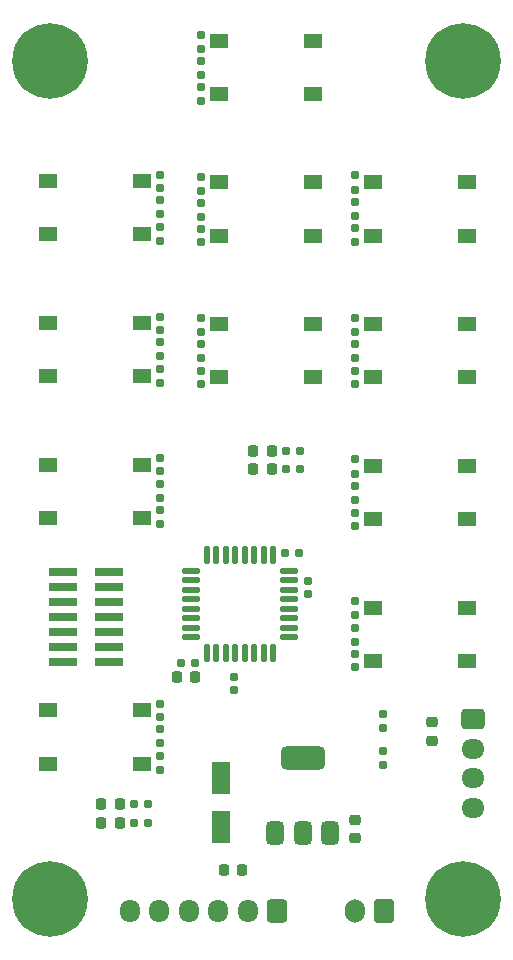
<source format=gbr>
%TF.GenerationSoftware,KiCad,Pcbnew,9.0.0-9.0.0-2~ubuntu22.04.1*%
%TF.CreationDate,2025-03-23T14:44:27+01:00*%
%TF.ProjectId,PCB_controller,5043425f-636f-46e7-9472-6f6c6c65722e,rev?*%
%TF.SameCoordinates,Original*%
%TF.FileFunction,Soldermask,Top*%
%TF.FilePolarity,Negative*%
%FSLAX46Y46*%
G04 Gerber Fmt 4.6, Leading zero omitted, Abs format (unit mm)*
G04 Created by KiCad (PCBNEW 9.0.0-9.0.0-2~ubuntu22.04.1) date 2025-03-23 14:44:27*
%MOMM*%
%LPD*%
G01*
G04 APERTURE LIST*
G04 Aperture macros list*
%AMRoundRect*
0 Rectangle with rounded corners*
0 $1 Rounding radius*
0 $2 $3 $4 $5 $6 $7 $8 $9 X,Y pos of 4 corners*
0 Add a 4 corners polygon primitive as box body*
4,1,4,$2,$3,$4,$5,$6,$7,$8,$9,$2,$3,0*
0 Add four circle primitives for the rounded corners*
1,1,$1+$1,$2,$3*
1,1,$1+$1,$4,$5*
1,1,$1+$1,$6,$7*
1,1,$1+$1,$8,$9*
0 Add four rect primitives between the rounded corners*
20,1,$1+$1,$2,$3,$4,$5,0*
20,1,$1+$1,$4,$5,$6,$7,0*
20,1,$1+$1,$6,$7,$8,$9,0*
20,1,$1+$1,$8,$9,$2,$3,0*%
G04 Aperture macros list end*
%ADD10RoundRect,0.155000X0.155000X-0.212500X0.155000X0.212500X-0.155000X0.212500X-0.155000X-0.212500X0*%
%ADD11RoundRect,0.155000X-0.155000X0.212500X-0.155000X-0.212500X0.155000X-0.212500X0.155000X0.212500X0*%
%ADD12RoundRect,0.160000X0.160000X-0.197500X0.160000X0.197500X-0.160000X0.197500X-0.160000X-0.197500X0*%
%ADD13RoundRect,0.160000X-0.160000X0.197500X-0.160000X-0.197500X0.160000X-0.197500X0.160000X0.197500X0*%
%ADD14R,1.550000X1.300000*%
%ADD15RoundRect,0.250000X-0.725000X0.600000X-0.725000X-0.600000X0.725000X-0.600000X0.725000X0.600000X0*%
%ADD16O,1.950000X1.700000*%
%ADD17RoundRect,0.160000X0.197500X0.160000X-0.197500X0.160000X-0.197500X-0.160000X0.197500X-0.160000X0*%
%ADD18RoundRect,0.225000X-0.250000X0.225000X-0.250000X-0.225000X0.250000X-0.225000X0.250000X0.225000X0*%
%ADD19RoundRect,0.225000X0.250000X-0.225000X0.250000X0.225000X-0.250000X0.225000X-0.250000X-0.225000X0*%
%ADD20C,0.800000*%
%ADD21C,6.400000*%
%ADD22RoundRect,0.250000X0.600000X0.725000X-0.600000X0.725000X-0.600000X-0.725000X0.600000X-0.725000X0*%
%ADD23O,1.700000X1.950000*%
%ADD24RoundRect,0.155000X-0.212500X-0.155000X0.212500X-0.155000X0.212500X0.155000X-0.212500X0.155000X0*%
%ADD25R,2.400000X0.740000*%
%ADD26RoundRect,0.225000X0.225000X0.250000X-0.225000X0.250000X-0.225000X-0.250000X0.225000X-0.250000X0*%
%ADD27RoundRect,0.218750X-0.218750X-0.256250X0.218750X-0.256250X0.218750X0.256250X-0.218750X0.256250X0*%
%ADD28RoundRect,0.250000X-0.550000X1.137500X-0.550000X-1.137500X0.550000X-1.137500X0.550000X1.137500X0*%
%ADD29RoundRect,0.155000X0.212500X0.155000X-0.212500X0.155000X-0.212500X-0.155000X0.212500X-0.155000X0*%
%ADD30RoundRect,0.375000X0.375000X-0.625000X0.375000X0.625000X-0.375000X0.625000X-0.375000X-0.625000X0*%
%ADD31RoundRect,0.500000X1.400000X-0.500000X1.400000X0.500000X-1.400000X0.500000X-1.400000X-0.500000X0*%
%ADD32RoundRect,0.125000X0.125000X-0.625000X0.125000X0.625000X-0.125000X0.625000X-0.125000X-0.625000X0*%
%ADD33RoundRect,0.125000X0.625000X-0.125000X0.625000X0.125000X-0.625000X0.125000X-0.625000X-0.125000X0*%
%ADD34RoundRect,0.250000X0.600000X0.750000X-0.600000X0.750000X-0.600000X-0.750000X0.600000X-0.750000X0*%
%ADD35O,1.700000X2.000000*%
G04 APERTURE END LIST*
D10*
%TO.C,C16*%
X136287500Y-93767500D03*
X136287500Y-92632500D03*
%TD*%
D11*
%TO.C,C6*%
X148800000Y-103032500D03*
X148800000Y-104167500D03*
%TD*%
D12*
%TO.C,R5*%
X152787500Y-84195000D03*
X152787500Y-83000000D03*
%TD*%
D13*
%TO.C,R10*%
X139787500Y-80750000D03*
X139787500Y-81945000D03*
%TD*%
D14*
%TO.C,SW4*%
X154312500Y-69300000D03*
X162262500Y-69300000D03*
X154312500Y-73800000D03*
X162262500Y-73800000D03*
%TD*%
D15*
%TO.C,J3*%
X162787500Y-114750000D03*
D16*
X162787500Y-117250000D03*
X162787500Y-119750000D03*
X162787500Y-122250000D03*
%TD*%
D12*
%TO.C,R18*%
X136287500Y-86282500D03*
X136287500Y-85087500D03*
%TD*%
D13*
%TO.C,R12*%
X139787500Y-68802500D03*
X139787500Y-69997500D03*
%TD*%
D11*
%TO.C,C2*%
X142587500Y-111165000D03*
X142587500Y-112300000D03*
%TD*%
D12*
%TO.C,R9*%
X139787500Y-84195000D03*
X139787500Y-83000000D03*
%TD*%
D10*
%TO.C,C13*%
X136287500Y-69767500D03*
X136287500Y-68632500D03*
%TD*%
D14*
%TO.C,SW3*%
X154312500Y-81300000D03*
X162262500Y-81300000D03*
X154312500Y-85800000D03*
X162262500Y-85800000D03*
%TD*%
%TO.C,SW2*%
X154312500Y-93300000D03*
X162262500Y-93300000D03*
X154312500Y-97800000D03*
X162262500Y-97800000D03*
%TD*%
D17*
%TO.C,R25*%
X135297500Y-121900000D03*
X134102500Y-121900000D03*
%TD*%
D18*
%TO.C,C20*%
X159300000Y-115025000D03*
X159300000Y-116575000D03*
%TD*%
D19*
%TO.C,C7*%
X152787500Y-124825000D03*
X152787500Y-123275000D03*
%TD*%
D13*
%TO.C,R6*%
X152787500Y-80750000D03*
X152787500Y-81945000D03*
%TD*%
D17*
%TO.C,R26*%
X135297500Y-123500000D03*
X134102500Y-123500000D03*
%TD*%
D12*
%TO.C,R3*%
X152787500Y-96200000D03*
X152787500Y-95005000D03*
%TD*%
D11*
%TO.C,C12*%
X139787500Y-73232500D03*
X139787500Y-74367500D03*
%TD*%
%TO.C,C19*%
X152787500Y-109232500D03*
X152787500Y-110367500D03*
%TD*%
D17*
%TO.C,R28*%
X148197500Y-92000000D03*
X147002500Y-92000000D03*
%TD*%
D20*
%TO.C,H1*%
X159600000Y-59000000D03*
X160302944Y-57302944D03*
X160302944Y-60697056D03*
X162000000Y-56600000D03*
D21*
X162000000Y-59000000D03*
D20*
X162000000Y-61400000D03*
X163697056Y-57302944D03*
X163697056Y-60697056D03*
X164400000Y-59000000D03*
%TD*%
D22*
%TO.C,J2*%
X146250000Y-131000000D03*
D23*
X143750000Y-131000000D03*
X141250000Y-131000000D03*
X138750000Y-131000000D03*
X136250000Y-131000000D03*
X133750000Y-131000000D03*
%TD*%
D10*
%TO.C,C15*%
X136287500Y-81800000D03*
X136287500Y-80665000D03*
%TD*%
D13*
%TO.C,R24*%
X155200000Y-114300000D03*
X155200000Y-115495000D03*
%TD*%
D14*
%TO.C,SW8*%
X141312500Y-57300000D03*
X149262500Y-57300000D03*
X141312500Y-61800000D03*
X149262500Y-61800000D03*
%TD*%
D13*
%TO.C,R21*%
X136287500Y-115602500D03*
X136287500Y-116797500D03*
%TD*%
D24*
%TO.C,C4*%
X146920000Y-100700000D03*
X148055000Y-100700000D03*
%TD*%
D25*
%TO.C,J4*%
X128087500Y-102260000D03*
X131987500Y-102260000D03*
X128087500Y-103530000D03*
X131987500Y-103530000D03*
X128087500Y-104800000D03*
X131987500Y-104800000D03*
X128087500Y-106070000D03*
X131987500Y-106070000D03*
X128087500Y-107340000D03*
X131987500Y-107340000D03*
X128087500Y-108610000D03*
X131987500Y-108610000D03*
X128087500Y-109880000D03*
X131987500Y-109880000D03*
%TD*%
D14*
%TO.C,SW10*%
X134762500Y-97700000D03*
X126812500Y-97700000D03*
X134762500Y-93200000D03*
X126812500Y-93200000D03*
%TD*%
D13*
%TO.C,R16*%
X139787500Y-56797500D03*
X139787500Y-57992500D03*
%TD*%
D12*
%TO.C,R20*%
X136287500Y-98247500D03*
X136287500Y-97052500D03*
%TD*%
D14*
%TO.C,SW7*%
X134762500Y-73700000D03*
X126812500Y-73700000D03*
X134762500Y-69200000D03*
X126812500Y-69200000D03*
%TD*%
D13*
%TO.C,R8*%
X152787500Y-68705000D03*
X152787500Y-69900000D03*
%TD*%
D11*
%TO.C,C10*%
X152787500Y-73185000D03*
X152787500Y-74320000D03*
%TD*%
D13*
%TO.C,R4*%
X152787500Y-92755000D03*
X152787500Y-93950000D03*
%TD*%
D12*
%TO.C,R23*%
X155200000Y-118597500D03*
X155200000Y-117402500D03*
%TD*%
D26*
%TO.C,C1*%
X139275000Y-111200000D03*
X137725000Y-111200000D03*
%TD*%
D12*
%TO.C,R22*%
X136287500Y-119047500D03*
X136287500Y-117852500D03*
%TD*%
D27*
%TO.C,D3*%
X144212500Y-93600000D03*
X145787500Y-93600000D03*
%TD*%
D28*
%TO.C,C18*%
X141487500Y-119737500D03*
X141487500Y-123862500D03*
%TD*%
D29*
%TO.C,C3*%
X139255000Y-110000000D03*
X138120000Y-110000000D03*
%TD*%
D14*
%TO.C,SW11*%
X134762500Y-118500000D03*
X126812500Y-118500000D03*
X134762500Y-114000000D03*
X126812500Y-114000000D03*
%TD*%
D10*
%TO.C,C17*%
X136287500Y-114567500D03*
X136287500Y-113432500D03*
%TD*%
D27*
%TO.C,D2*%
X131312500Y-121900000D03*
X132887500Y-121900000D03*
%TD*%
D14*
%TO.C,SW1*%
X154312500Y-105300000D03*
X162262500Y-105300000D03*
X154312500Y-109800000D03*
X162262500Y-109800000D03*
%TD*%
%TO.C,SW9*%
X134762500Y-85700000D03*
X126812500Y-85700000D03*
X134762500Y-81200000D03*
X126812500Y-81200000D03*
%TD*%
D30*
%TO.C,U2*%
X146087500Y-124350000D03*
X148387500Y-124350000D03*
D31*
X148387500Y-118050000D03*
D30*
X150687500Y-124350000D03*
%TD*%
D14*
%TO.C,SW6*%
X141312500Y-69300000D03*
X149262500Y-69300000D03*
X141312500Y-73800000D03*
X149262500Y-73800000D03*
%TD*%
D13*
%TO.C,R1*%
X152787500Y-104752500D03*
X152787500Y-105947500D03*
%TD*%
D20*
%TO.C,H3*%
X124600000Y-59000000D03*
X125302944Y-57302944D03*
X125302944Y-60697056D03*
X127000000Y-56600000D03*
D21*
X127000000Y-59000000D03*
D20*
X127000000Y-61400000D03*
X128697056Y-57302944D03*
X128697056Y-60697056D03*
X129400000Y-59000000D03*
%TD*%
%TO.C,H2*%
X124600000Y-130000000D03*
X125302944Y-128302944D03*
X125302944Y-131697056D03*
X127000000Y-127600000D03*
D21*
X127000000Y-130000000D03*
D20*
X127000000Y-132400000D03*
X128697056Y-128302944D03*
X128697056Y-131697056D03*
X129400000Y-130000000D03*
%TD*%
D11*
%TO.C,C9*%
X152787500Y-85230000D03*
X152787500Y-86365000D03*
%TD*%
D14*
%TO.C,SW5*%
X141312500Y-81300000D03*
X149262500Y-81300000D03*
X141312500Y-85800000D03*
X149262500Y-85800000D03*
%TD*%
D12*
%TO.C,R7*%
X152787500Y-72150000D03*
X152787500Y-70955000D03*
%TD*%
D11*
%TO.C,C14*%
X139787500Y-61230000D03*
X139787500Y-62365000D03*
%TD*%
D32*
%TO.C,U1*%
X140287500Y-109175000D03*
X141087500Y-109175000D03*
X141887500Y-109175000D03*
X142687500Y-109175000D03*
X143487500Y-109175000D03*
X144287500Y-109175000D03*
X145087500Y-109175000D03*
X145887500Y-109175000D03*
D33*
X147262500Y-107800000D03*
X147262500Y-107000000D03*
X147262500Y-106200000D03*
X147262500Y-105400000D03*
X147262500Y-104600000D03*
X147262500Y-103800000D03*
X147262500Y-103000000D03*
X147262500Y-102200000D03*
D32*
X145887500Y-100825000D03*
X145087500Y-100825000D03*
X144287500Y-100825000D03*
X143487500Y-100825000D03*
X142687500Y-100825000D03*
X141887500Y-100825000D03*
X141087500Y-100825000D03*
X140287500Y-100825000D03*
D33*
X138912500Y-102200000D03*
X138912500Y-103000000D03*
X138912500Y-103800000D03*
X138912500Y-104600000D03*
X138912500Y-105400000D03*
X138912500Y-106200000D03*
X138912500Y-107000000D03*
X138912500Y-107800000D03*
%TD*%
D13*
%TO.C,R13*%
X136287500Y-70802500D03*
X136287500Y-71997500D03*
%TD*%
%TO.C,R19*%
X136287500Y-94800000D03*
X136287500Y-95995000D03*
%TD*%
D12*
%TO.C,R11*%
X139787500Y-72197500D03*
X139787500Y-71002500D03*
%TD*%
%TO.C,R15*%
X139787500Y-60195000D03*
X139787500Y-59000000D03*
%TD*%
%TO.C,R14*%
X136287500Y-74247500D03*
X136287500Y-73052500D03*
%TD*%
D20*
%TO.C,H4*%
X159600000Y-130000000D03*
X160302944Y-128302944D03*
X160302944Y-131697056D03*
X162000000Y-127600000D03*
D21*
X162000000Y-130000000D03*
D20*
X162000000Y-132400000D03*
X163697056Y-128302944D03*
X163697056Y-131697056D03*
X164400000Y-130000000D03*
%TD*%
D26*
%TO.C,C5*%
X143275000Y-127500000D03*
X141725000Y-127500000D03*
%TD*%
D34*
%TO.C,J1*%
X155287500Y-131000000D03*
D35*
X152787500Y-131000000D03*
%TD*%
D11*
%TO.C,C11*%
X139787500Y-85230000D03*
X139787500Y-86365000D03*
%TD*%
%TO.C,C8*%
X152787500Y-97267500D03*
X152787500Y-98402500D03*
%TD*%
D27*
%TO.C,D4*%
X144212500Y-92000000D03*
X145787500Y-92000000D03*
%TD*%
%TO.C,D1*%
X131312500Y-123500000D03*
X132887500Y-123500000D03*
%TD*%
D12*
%TO.C,R2*%
X152787500Y-108197500D03*
X152787500Y-107002500D03*
%TD*%
D17*
%TO.C,R27*%
X148197500Y-93600000D03*
X147002500Y-93600000D03*
%TD*%
D13*
%TO.C,R17*%
X136287500Y-82835000D03*
X136287500Y-84030000D03*
%TD*%
M02*

</source>
